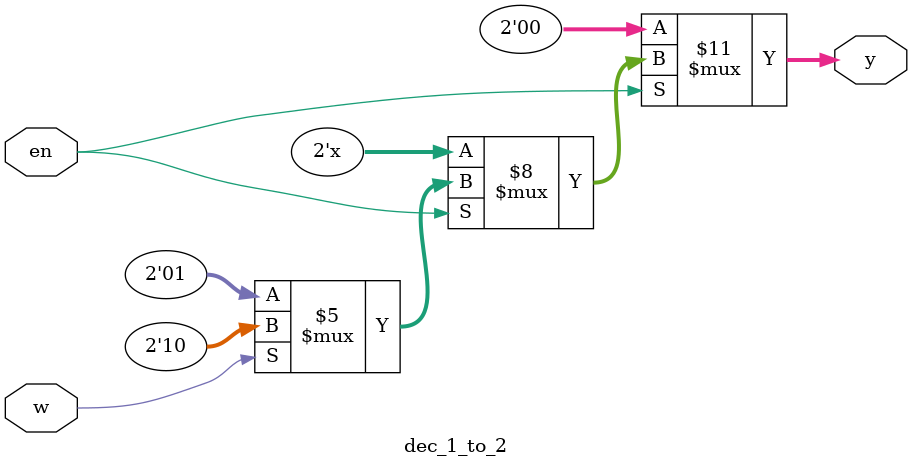
<source format=v>
module dec_1_to_2 (
    input  wire w,
    input  wire en,
    output reg  [1:0] y
);

    always @(*) begin
        if (en == 1'b0)
            y = 2'b00;
        else if (w == 1'b0)
            y = 2'b01;
        else
            y = 2'b10;
    end

endmodule
</source>
